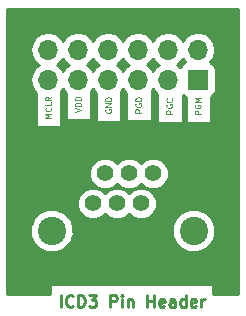
<source format=gtl>
%TF.GenerationSoftware,KiCad,Pcbnew,4.0.7*%
%TF.CreationDate,2017-10-04T14:34:26+08:00*%
%TF.ProjectId,RJ12(in-house),524A313228696E2D686F757365292E6B,rev?*%
%TF.FileFunction,Copper,L1,Top,Signal*%
%FSLAX46Y46*%
G04 Gerber Fmt 4.6, Leading zero omitted, Abs format (unit mm)*
G04 Created by KiCad (PCBNEW 4.0.7) date 10/04/17 14:34:26*
%MOMM*%
%LPD*%
G01*
G04 APERTURE LIST*
%ADD10C,0.100000*%
%ADD11C,0.125000*%
%ADD12C,0.250000*%
%ADD13C,2.400000*%
%ADD14C,1.400000*%
%ADD15R,1.700000X1.700000*%
%ADD16O,1.700000X1.700000*%
%ADD17C,0.900000*%
%ADD18C,0.254000*%
G04 APERTURE END LIST*
D10*
D11*
X-18263810Y-11109047D02*
X-18763810Y-11109047D01*
X-18406667Y-10942381D01*
X-18763810Y-10775714D01*
X-18263810Y-10775714D01*
X-18311429Y-10251904D02*
X-18287619Y-10275714D01*
X-18263810Y-10347142D01*
X-18263810Y-10394761D01*
X-18287619Y-10466190D01*
X-18335238Y-10513809D01*
X-18382857Y-10537618D01*
X-18478095Y-10561428D01*
X-18549524Y-10561428D01*
X-18644762Y-10537618D01*
X-18692381Y-10513809D01*
X-18740000Y-10466190D01*
X-18763810Y-10394761D01*
X-18763810Y-10347142D01*
X-18740000Y-10275714D01*
X-18716190Y-10251904D01*
X-18263810Y-9799523D02*
X-18263810Y-10037618D01*
X-18763810Y-10037618D01*
X-18263810Y-9347142D02*
X-18501905Y-9513809D01*
X-18263810Y-9632856D02*
X-18763810Y-9632856D01*
X-18763810Y-9442380D01*
X-18740000Y-9394761D01*
X-18716190Y-9370952D01*
X-18668571Y-9347142D01*
X-18597143Y-9347142D01*
X-18549524Y-9370952D01*
X-18525714Y-9394761D01*
X-18501905Y-9442380D01*
X-18501905Y-9632856D01*
X-16233810Y-10606666D02*
X-15733810Y-10439999D01*
X-16233810Y-10273333D01*
X-15733810Y-10106666D02*
X-16233810Y-10106666D01*
X-16233810Y-9987619D01*
X-16210000Y-9916190D01*
X-16162381Y-9868571D01*
X-16114762Y-9844762D01*
X-16019524Y-9820952D01*
X-15948095Y-9820952D01*
X-15852857Y-9844762D01*
X-15805238Y-9868571D01*
X-15757619Y-9916190D01*
X-15733810Y-9987619D01*
X-15733810Y-10106666D01*
X-15733810Y-9606666D02*
X-16233810Y-9606666D01*
X-16233810Y-9487619D01*
X-16210000Y-9416190D01*
X-16162381Y-9368571D01*
X-16114762Y-9344762D01*
X-16019524Y-9320952D01*
X-15948095Y-9320952D01*
X-15852857Y-9344762D01*
X-15805238Y-9368571D01*
X-15757619Y-9416190D01*
X-15733810Y-9487619D01*
X-15733810Y-9606666D01*
X-13660000Y-10410953D02*
X-13683810Y-10458572D01*
X-13683810Y-10530000D01*
X-13660000Y-10601429D01*
X-13612381Y-10649048D01*
X-13564762Y-10672857D01*
X-13469524Y-10696667D01*
X-13398095Y-10696667D01*
X-13302857Y-10672857D01*
X-13255238Y-10649048D01*
X-13207619Y-10601429D01*
X-13183810Y-10530000D01*
X-13183810Y-10482381D01*
X-13207619Y-10410953D01*
X-13231429Y-10387143D01*
X-13398095Y-10387143D01*
X-13398095Y-10482381D01*
X-13183810Y-10172857D02*
X-13683810Y-10172857D01*
X-13183810Y-9887143D01*
X-13683810Y-9887143D01*
X-13183810Y-9649047D02*
X-13683810Y-9649047D01*
X-13683810Y-9530000D01*
X-13660000Y-9458571D01*
X-13612381Y-9410952D01*
X-13564762Y-9387143D01*
X-13469524Y-9363333D01*
X-13398095Y-9363333D01*
X-13302857Y-9387143D01*
X-13255238Y-9410952D01*
X-13207619Y-9458571D01*
X-13183810Y-9530000D01*
X-13183810Y-9649047D01*
X-10623810Y-10660952D02*
X-11123810Y-10660952D01*
X-11123810Y-10470476D01*
X-11100000Y-10422857D01*
X-11076190Y-10399048D01*
X-11028571Y-10375238D01*
X-10957143Y-10375238D01*
X-10909524Y-10399048D01*
X-10885714Y-10422857D01*
X-10861905Y-10470476D01*
X-10861905Y-10660952D01*
X-11100000Y-9899048D02*
X-11123810Y-9946667D01*
X-11123810Y-10018095D01*
X-11100000Y-10089524D01*
X-11052381Y-10137143D01*
X-11004762Y-10160952D01*
X-10909524Y-10184762D01*
X-10838095Y-10184762D01*
X-10742857Y-10160952D01*
X-10695238Y-10137143D01*
X-10647619Y-10089524D01*
X-10623810Y-10018095D01*
X-10623810Y-9970476D01*
X-10647619Y-9899048D01*
X-10671429Y-9875238D01*
X-10838095Y-9875238D01*
X-10838095Y-9970476D01*
X-10623810Y-9660952D02*
X-11123810Y-9660952D01*
X-11123810Y-9541905D01*
X-11100000Y-9470476D01*
X-11052381Y-9422857D01*
X-11004762Y-9399048D01*
X-10909524Y-9375238D01*
X-10838095Y-9375238D01*
X-10742857Y-9399048D01*
X-10695238Y-9422857D01*
X-10647619Y-9470476D01*
X-10623810Y-9541905D01*
X-10623810Y-9660952D01*
X-8003810Y-10750952D02*
X-8503810Y-10750952D01*
X-8503810Y-10560476D01*
X-8480000Y-10512857D01*
X-8456190Y-10489048D01*
X-8408571Y-10465238D01*
X-8337143Y-10465238D01*
X-8289524Y-10489048D01*
X-8265714Y-10512857D01*
X-8241905Y-10560476D01*
X-8241905Y-10750952D01*
X-8480000Y-9989048D02*
X-8503810Y-10036667D01*
X-8503810Y-10108095D01*
X-8480000Y-10179524D01*
X-8432381Y-10227143D01*
X-8384762Y-10250952D01*
X-8289524Y-10274762D01*
X-8218095Y-10274762D01*
X-8122857Y-10250952D01*
X-8075238Y-10227143D01*
X-8027619Y-10179524D01*
X-8003810Y-10108095D01*
X-8003810Y-10060476D01*
X-8027619Y-9989048D01*
X-8051429Y-9965238D01*
X-8218095Y-9965238D01*
X-8218095Y-10060476D01*
X-8051429Y-9465238D02*
X-8027619Y-9489048D01*
X-8003810Y-9560476D01*
X-8003810Y-9608095D01*
X-8027619Y-9679524D01*
X-8075238Y-9727143D01*
X-8122857Y-9750952D01*
X-8218095Y-9774762D01*
X-8289524Y-9774762D01*
X-8384762Y-9750952D01*
X-8432381Y-9727143D01*
X-8480000Y-9679524D01*
X-8503810Y-9608095D01*
X-8503810Y-9560476D01*
X-8480000Y-9489048D01*
X-8456190Y-9465238D01*
X-5603810Y-10786666D02*
X-6103810Y-10786666D01*
X-6103810Y-10596190D01*
X-6080000Y-10548571D01*
X-6056190Y-10524762D01*
X-6008571Y-10500952D01*
X-5937143Y-10500952D01*
X-5889524Y-10524762D01*
X-5865714Y-10548571D01*
X-5841905Y-10596190D01*
X-5841905Y-10786666D01*
X-6080000Y-10024762D02*
X-6103810Y-10072381D01*
X-6103810Y-10143809D01*
X-6080000Y-10215238D01*
X-6032381Y-10262857D01*
X-5984762Y-10286666D01*
X-5889524Y-10310476D01*
X-5818095Y-10310476D01*
X-5722857Y-10286666D01*
X-5675238Y-10262857D01*
X-5627619Y-10215238D01*
X-5603810Y-10143809D01*
X-5603810Y-10096190D01*
X-5627619Y-10024762D01*
X-5651429Y-10000952D01*
X-5818095Y-10000952D01*
X-5818095Y-10096190D01*
X-5603810Y-9786666D02*
X-6103810Y-9786666D01*
X-5746667Y-9620000D01*
X-6103810Y-9453333D01*
X-5603810Y-9453333D01*
D12*
X-17453810Y-27122381D02*
X-17453810Y-26122381D01*
X-16406191Y-27027143D02*
X-16453810Y-27074762D01*
X-16596667Y-27122381D01*
X-16691905Y-27122381D01*
X-16834763Y-27074762D01*
X-16930001Y-26979524D01*
X-16977620Y-26884286D01*
X-17025239Y-26693810D01*
X-17025239Y-26550952D01*
X-16977620Y-26360476D01*
X-16930001Y-26265238D01*
X-16834763Y-26170000D01*
X-16691905Y-26122381D01*
X-16596667Y-26122381D01*
X-16453810Y-26170000D01*
X-16406191Y-26217619D01*
X-15977620Y-27122381D02*
X-15977620Y-26122381D01*
X-15739525Y-26122381D01*
X-15596667Y-26170000D01*
X-15501429Y-26265238D01*
X-15453810Y-26360476D01*
X-15406191Y-26550952D01*
X-15406191Y-26693810D01*
X-15453810Y-26884286D01*
X-15501429Y-26979524D01*
X-15596667Y-27074762D01*
X-15739525Y-27122381D01*
X-15977620Y-27122381D01*
X-15072858Y-26122381D02*
X-14453810Y-26122381D01*
X-14787144Y-26503333D01*
X-14644286Y-26503333D01*
X-14549048Y-26550952D01*
X-14501429Y-26598571D01*
X-14453810Y-26693810D01*
X-14453810Y-26931905D01*
X-14501429Y-27027143D01*
X-14549048Y-27074762D01*
X-14644286Y-27122381D01*
X-14930001Y-27122381D01*
X-15025239Y-27074762D01*
X-15072858Y-27027143D01*
X-13263334Y-27122381D02*
X-13263334Y-26122381D01*
X-12882381Y-26122381D01*
X-12787143Y-26170000D01*
X-12739524Y-26217619D01*
X-12691905Y-26312857D01*
X-12691905Y-26455714D01*
X-12739524Y-26550952D01*
X-12787143Y-26598571D01*
X-12882381Y-26646190D01*
X-13263334Y-26646190D01*
X-12263334Y-27122381D02*
X-12263334Y-26455714D01*
X-12263334Y-26122381D02*
X-12310953Y-26170000D01*
X-12263334Y-26217619D01*
X-12215715Y-26170000D01*
X-12263334Y-26122381D01*
X-12263334Y-26217619D01*
X-11787144Y-26455714D02*
X-11787144Y-27122381D01*
X-11787144Y-26550952D02*
X-11739525Y-26503333D01*
X-11644287Y-26455714D01*
X-11501429Y-26455714D01*
X-11406191Y-26503333D01*
X-11358572Y-26598571D01*
X-11358572Y-27122381D01*
X-10120477Y-27122381D02*
X-10120477Y-26122381D01*
X-10120477Y-26598571D02*
X-9549048Y-26598571D01*
X-9549048Y-27122381D02*
X-9549048Y-26122381D01*
X-8691905Y-27074762D02*
X-8787143Y-27122381D01*
X-8977620Y-27122381D01*
X-9072858Y-27074762D01*
X-9120477Y-26979524D01*
X-9120477Y-26598571D01*
X-9072858Y-26503333D01*
X-8977620Y-26455714D01*
X-8787143Y-26455714D01*
X-8691905Y-26503333D01*
X-8644286Y-26598571D01*
X-8644286Y-26693810D01*
X-9120477Y-26789048D01*
X-7787143Y-27122381D02*
X-7787143Y-26598571D01*
X-7834762Y-26503333D01*
X-7930000Y-26455714D01*
X-8120477Y-26455714D01*
X-8215715Y-26503333D01*
X-7787143Y-27074762D02*
X-7882381Y-27122381D01*
X-8120477Y-27122381D01*
X-8215715Y-27074762D01*
X-8263334Y-26979524D01*
X-8263334Y-26884286D01*
X-8215715Y-26789048D01*
X-8120477Y-26741429D01*
X-7882381Y-26741429D01*
X-7787143Y-26693810D01*
X-6882381Y-27122381D02*
X-6882381Y-26122381D01*
X-6882381Y-27074762D02*
X-6977619Y-27122381D01*
X-7168096Y-27122381D01*
X-7263334Y-27074762D01*
X-7310953Y-27027143D01*
X-7358572Y-26931905D01*
X-7358572Y-26646190D01*
X-7310953Y-26550952D01*
X-7263334Y-26503333D01*
X-7168096Y-26455714D01*
X-6977619Y-26455714D01*
X-6882381Y-26503333D01*
X-6025238Y-27074762D02*
X-6120476Y-27122381D01*
X-6310953Y-27122381D01*
X-6406191Y-27074762D01*
X-6453810Y-26979524D01*
X-6453810Y-26598571D01*
X-6406191Y-26503333D01*
X-6310953Y-26455714D01*
X-6120476Y-26455714D01*
X-6025238Y-26503333D01*
X-5977619Y-26598571D01*
X-5977619Y-26693810D01*
X-6453810Y-26789048D01*
X-5549048Y-27122381D02*
X-5549048Y-26455714D01*
X-5549048Y-26646190D02*
X-5501429Y-26550952D01*
X-5453810Y-26503333D01*
X-5358572Y-26455714D01*
X-5263333Y-26455714D01*
D13*
X-6207400Y-20659120D03*
X-18207400Y-20659120D03*
D14*
X-9657400Y-15819120D03*
X-11697400Y-15819120D03*
X-13737400Y-15819120D03*
X-10677400Y-18359120D03*
X-12717400Y-18359120D03*
X-14757400Y-18359120D03*
D15*
X-5842000Y-7874000D03*
D16*
X-5842000Y-5334000D03*
X-8382000Y-7874000D03*
X-8382000Y-5334000D03*
X-10922000Y-7874000D03*
X-10922000Y-5334000D03*
X-13462000Y-7874000D03*
X-13462000Y-5334000D03*
X-16002000Y-7874000D03*
X-16002000Y-5334000D03*
X-18542000Y-7874000D03*
X-18542000Y-5334000D03*
D17*
X-13737400Y-15819120D02*
X-13759180Y-15819120D01*
X-9657400Y-15819120D02*
X-9639300Y-15819120D01*
D18*
G36*
X-2413000Y-1904885D02*
X-2413000Y-26035000D01*
X-4533095Y-26035000D01*
X-4533095Y-25210000D01*
X-18326905Y-25210000D01*
X-18326905Y-26035000D01*
X-21971000Y-26035000D01*
X-21971000Y-20346854D01*
X-20052107Y-20346854D01*
X-20042423Y-20684620D01*
X-20042718Y-21022523D01*
X-20031991Y-21048484D01*
X-20031186Y-21076563D01*
X-19792188Y-21653555D01*
X-19779788Y-21658864D01*
X-19763945Y-21697206D01*
X-19248201Y-22213850D01*
X-19207461Y-22230767D01*
X-19201835Y-22243908D01*
X-18886065Y-22364222D01*
X-18574005Y-22493801D01*
X-18545915Y-22493826D01*
X-18519666Y-22503827D01*
X-18181900Y-22494143D01*
X-17843997Y-22494438D01*
X-17818036Y-22483711D01*
X-17789957Y-22482906D01*
X-17212965Y-22243908D01*
X-17207656Y-22231508D01*
X-17169314Y-22215665D01*
X-16652670Y-21699921D01*
X-16635753Y-21659181D01*
X-16622612Y-21653555D01*
X-16502298Y-21337785D01*
X-16372719Y-21025725D01*
X-16372694Y-20997635D01*
X-16362693Y-20971386D01*
X-16372377Y-20633620D01*
X-16372127Y-20346854D01*
X-8052107Y-20346854D01*
X-8042423Y-20684620D01*
X-8042718Y-21022523D01*
X-8031991Y-21048484D01*
X-8031186Y-21076563D01*
X-7792188Y-21653555D01*
X-7779788Y-21658864D01*
X-7763945Y-21697206D01*
X-7248201Y-22213850D01*
X-7207461Y-22230767D01*
X-7201835Y-22243908D01*
X-6886065Y-22364222D01*
X-6574005Y-22493801D01*
X-6545915Y-22493826D01*
X-6519666Y-22503827D01*
X-6181900Y-22494143D01*
X-5843997Y-22494438D01*
X-5818036Y-22483711D01*
X-5789957Y-22482906D01*
X-5212965Y-22243908D01*
X-5207656Y-22231508D01*
X-5169314Y-22215665D01*
X-4652670Y-21699921D01*
X-4635753Y-21659181D01*
X-4622612Y-21653555D01*
X-4502298Y-21337785D01*
X-4372719Y-21025725D01*
X-4372694Y-20997635D01*
X-4362693Y-20971386D01*
X-4372377Y-20633620D01*
X-4372082Y-20295717D01*
X-4382809Y-20269756D01*
X-4383614Y-20241677D01*
X-4622612Y-19664685D01*
X-4635012Y-19659376D01*
X-4650855Y-19621034D01*
X-5166599Y-19104390D01*
X-5207339Y-19087473D01*
X-5212965Y-19074332D01*
X-5528735Y-18954018D01*
X-5840795Y-18824439D01*
X-5868885Y-18824414D01*
X-5895134Y-18814413D01*
X-6232900Y-18824097D01*
X-6570803Y-18823802D01*
X-6596764Y-18834529D01*
X-6624843Y-18835334D01*
X-7201835Y-19074332D01*
X-7207144Y-19086732D01*
X-7245486Y-19102575D01*
X-7762130Y-19618319D01*
X-7779047Y-19659059D01*
X-7792188Y-19664685D01*
X-7912502Y-19980455D01*
X-8042081Y-20292515D01*
X-8042106Y-20320605D01*
X-8052107Y-20346854D01*
X-16372127Y-20346854D01*
X-16372082Y-20295717D01*
X-16382809Y-20269756D01*
X-16383614Y-20241677D01*
X-16622612Y-19664685D01*
X-16635012Y-19659376D01*
X-16650855Y-19621034D01*
X-17166599Y-19104390D01*
X-17207339Y-19087473D01*
X-17212965Y-19074332D01*
X-17528735Y-18954018D01*
X-17840795Y-18824439D01*
X-17868885Y-18824414D01*
X-17895134Y-18814413D01*
X-18232900Y-18824097D01*
X-18570803Y-18823802D01*
X-18596764Y-18834529D01*
X-18624843Y-18835334D01*
X-19201835Y-19074332D01*
X-19207144Y-19086732D01*
X-19245486Y-19102575D01*
X-19762130Y-19618319D01*
X-19779047Y-19659059D01*
X-19792188Y-19664685D01*
X-19912502Y-19980455D01*
X-20042081Y-20292515D01*
X-20042106Y-20320605D01*
X-20052107Y-20346854D01*
X-21971000Y-20346854D01*
X-21971000Y-18623503D01*
X-16092631Y-18623503D01*
X-15889818Y-19114349D01*
X-15514604Y-19490218D01*
X-15024113Y-19693888D01*
X-14493017Y-19694351D01*
X-14002171Y-19491538D01*
X-13737267Y-19227096D01*
X-13474604Y-19490218D01*
X-12984113Y-19693888D01*
X-12453017Y-19694351D01*
X-11962171Y-19491538D01*
X-11697267Y-19227096D01*
X-11434604Y-19490218D01*
X-10944113Y-19693888D01*
X-10413017Y-19694351D01*
X-9922171Y-19491538D01*
X-9546302Y-19116324D01*
X-9342632Y-18625833D01*
X-9342169Y-18094737D01*
X-9544982Y-17603891D01*
X-9920196Y-17228022D01*
X-10410687Y-17024352D01*
X-10941783Y-17023889D01*
X-11432629Y-17226702D01*
X-11697533Y-17491144D01*
X-11960196Y-17228022D01*
X-12450687Y-17024352D01*
X-12981783Y-17023889D01*
X-13472629Y-17226702D01*
X-13737533Y-17491144D01*
X-14000196Y-17228022D01*
X-14490687Y-17024352D01*
X-15021783Y-17023889D01*
X-15512629Y-17226702D01*
X-15888498Y-17601916D01*
X-16092168Y-18092407D01*
X-16092631Y-18623503D01*
X-21971000Y-18623503D01*
X-21971000Y-16083503D01*
X-15072631Y-16083503D01*
X-14869818Y-16574349D01*
X-14494604Y-16950218D01*
X-14004113Y-17153888D01*
X-13473017Y-17154351D01*
X-12982171Y-16951538D01*
X-12717267Y-16687096D01*
X-12454604Y-16950218D01*
X-11964113Y-17153888D01*
X-11433017Y-17154351D01*
X-10942171Y-16951538D01*
X-10677267Y-16687096D01*
X-10414604Y-16950218D01*
X-9924113Y-17153888D01*
X-9393017Y-17154351D01*
X-8902171Y-16951538D01*
X-8526302Y-16576324D01*
X-8322632Y-16085833D01*
X-8322169Y-15554737D01*
X-8524982Y-15063891D01*
X-8900196Y-14688022D01*
X-9390687Y-14484352D01*
X-9921783Y-14483889D01*
X-10412629Y-14686702D01*
X-10677533Y-14951144D01*
X-10940196Y-14688022D01*
X-11430687Y-14484352D01*
X-11961783Y-14483889D01*
X-12452629Y-14686702D01*
X-12717533Y-14951144D01*
X-12980196Y-14688022D01*
X-13470687Y-14484352D01*
X-14001783Y-14483889D01*
X-14492629Y-14686702D01*
X-14868498Y-15061916D01*
X-15072168Y-15552407D01*
X-15072631Y-16083503D01*
X-21971000Y-16083503D01*
X-21971000Y-5304907D01*
X-20027000Y-5304907D01*
X-20027000Y-5363093D01*
X-19913961Y-5931378D01*
X-19592054Y-6413147D01*
X-19306422Y-6604000D01*
X-19592054Y-6794853D01*
X-19913961Y-7276622D01*
X-20027000Y-7844907D01*
X-20027000Y-7903093D01*
X-19913961Y-8471378D01*
X-19592054Y-8953147D01*
X-19537500Y-8989599D01*
X-19537500Y-11863095D01*
X-17392500Y-11863095D01*
X-17392500Y-8804315D01*
X-17272000Y-8623974D01*
X-17052054Y-8953147D01*
X-17007500Y-8982917D01*
X-17007500Y-11289285D01*
X-14862500Y-11289285D01*
X-14862500Y-8819281D01*
X-14732000Y-8623974D01*
X-14512054Y-8953147D01*
X-14457500Y-8989599D01*
X-14457500Y-11426905D01*
X-12312500Y-11426905D01*
X-12312500Y-8804315D01*
X-12192000Y-8623974D01*
X-11972054Y-8953147D01*
X-11897500Y-9002962D01*
X-11897500Y-11415000D01*
X-9752500Y-11415000D01*
X-9752500Y-8774383D01*
X-9652000Y-8623974D01*
X-9432054Y-8953147D01*
X-9277500Y-9056416D01*
X-9277500Y-11505000D01*
X-7132500Y-11505000D01*
X-7132500Y-9191559D01*
X-6943890Y-9320431D01*
X-6877500Y-9333875D01*
X-6877500Y-11540714D01*
X-4732500Y-11540714D01*
X-4732500Y-9311601D01*
X-4540559Y-9188090D01*
X-4395569Y-8975890D01*
X-4344560Y-8724000D01*
X-4344560Y-7024000D01*
X-4388838Y-6788683D01*
X-4527910Y-6572559D01*
X-4740110Y-6427569D01*
X-4796454Y-6416159D01*
X-4791946Y-6413147D01*
X-4470039Y-5931378D01*
X-4357000Y-5363093D01*
X-4357000Y-5304907D01*
X-4470039Y-4736622D01*
X-4791946Y-4254853D01*
X-5273715Y-3932946D01*
X-5842000Y-3819907D01*
X-6410285Y-3932946D01*
X-6892054Y-4254853D01*
X-7112000Y-4584026D01*
X-7331946Y-4254853D01*
X-7813715Y-3932946D01*
X-8382000Y-3819907D01*
X-8950285Y-3932946D01*
X-9432054Y-4254853D01*
X-9652000Y-4584026D01*
X-9871946Y-4254853D01*
X-10353715Y-3932946D01*
X-10922000Y-3819907D01*
X-11490285Y-3932946D01*
X-11972054Y-4254853D01*
X-12192000Y-4584026D01*
X-12411946Y-4254853D01*
X-12893715Y-3932946D01*
X-13462000Y-3819907D01*
X-14030285Y-3932946D01*
X-14512054Y-4254853D01*
X-14732000Y-4584026D01*
X-14951946Y-4254853D01*
X-15433715Y-3932946D01*
X-16002000Y-3819907D01*
X-16570285Y-3932946D01*
X-17052054Y-4254853D01*
X-17272000Y-4584026D01*
X-17491946Y-4254853D01*
X-17973715Y-3932946D01*
X-18542000Y-3819907D01*
X-19110285Y-3932946D01*
X-19592054Y-4254853D01*
X-19913961Y-4736622D01*
X-20027000Y-5304907D01*
X-21971000Y-5304907D01*
X-21971000Y-1887180D01*
X-2413000Y-1904885D01*
X-2413000Y-1904885D01*
G37*
X-2413000Y-1904885D02*
X-2413000Y-26035000D01*
X-4533095Y-26035000D01*
X-4533095Y-25210000D01*
X-18326905Y-25210000D01*
X-18326905Y-26035000D01*
X-21971000Y-26035000D01*
X-21971000Y-20346854D01*
X-20052107Y-20346854D01*
X-20042423Y-20684620D01*
X-20042718Y-21022523D01*
X-20031991Y-21048484D01*
X-20031186Y-21076563D01*
X-19792188Y-21653555D01*
X-19779788Y-21658864D01*
X-19763945Y-21697206D01*
X-19248201Y-22213850D01*
X-19207461Y-22230767D01*
X-19201835Y-22243908D01*
X-18886065Y-22364222D01*
X-18574005Y-22493801D01*
X-18545915Y-22493826D01*
X-18519666Y-22503827D01*
X-18181900Y-22494143D01*
X-17843997Y-22494438D01*
X-17818036Y-22483711D01*
X-17789957Y-22482906D01*
X-17212965Y-22243908D01*
X-17207656Y-22231508D01*
X-17169314Y-22215665D01*
X-16652670Y-21699921D01*
X-16635753Y-21659181D01*
X-16622612Y-21653555D01*
X-16502298Y-21337785D01*
X-16372719Y-21025725D01*
X-16372694Y-20997635D01*
X-16362693Y-20971386D01*
X-16372377Y-20633620D01*
X-16372127Y-20346854D01*
X-8052107Y-20346854D01*
X-8042423Y-20684620D01*
X-8042718Y-21022523D01*
X-8031991Y-21048484D01*
X-8031186Y-21076563D01*
X-7792188Y-21653555D01*
X-7779788Y-21658864D01*
X-7763945Y-21697206D01*
X-7248201Y-22213850D01*
X-7207461Y-22230767D01*
X-7201835Y-22243908D01*
X-6886065Y-22364222D01*
X-6574005Y-22493801D01*
X-6545915Y-22493826D01*
X-6519666Y-22503827D01*
X-6181900Y-22494143D01*
X-5843997Y-22494438D01*
X-5818036Y-22483711D01*
X-5789957Y-22482906D01*
X-5212965Y-22243908D01*
X-5207656Y-22231508D01*
X-5169314Y-22215665D01*
X-4652670Y-21699921D01*
X-4635753Y-21659181D01*
X-4622612Y-21653555D01*
X-4502298Y-21337785D01*
X-4372719Y-21025725D01*
X-4372694Y-20997635D01*
X-4362693Y-20971386D01*
X-4372377Y-20633620D01*
X-4372082Y-20295717D01*
X-4382809Y-20269756D01*
X-4383614Y-20241677D01*
X-4622612Y-19664685D01*
X-4635012Y-19659376D01*
X-4650855Y-19621034D01*
X-5166599Y-19104390D01*
X-5207339Y-19087473D01*
X-5212965Y-19074332D01*
X-5528735Y-18954018D01*
X-5840795Y-18824439D01*
X-5868885Y-18824414D01*
X-5895134Y-18814413D01*
X-6232900Y-18824097D01*
X-6570803Y-18823802D01*
X-6596764Y-18834529D01*
X-6624843Y-18835334D01*
X-7201835Y-19074332D01*
X-7207144Y-19086732D01*
X-7245486Y-19102575D01*
X-7762130Y-19618319D01*
X-7779047Y-19659059D01*
X-7792188Y-19664685D01*
X-7912502Y-19980455D01*
X-8042081Y-20292515D01*
X-8042106Y-20320605D01*
X-8052107Y-20346854D01*
X-16372127Y-20346854D01*
X-16372082Y-20295717D01*
X-16382809Y-20269756D01*
X-16383614Y-20241677D01*
X-16622612Y-19664685D01*
X-16635012Y-19659376D01*
X-16650855Y-19621034D01*
X-17166599Y-19104390D01*
X-17207339Y-19087473D01*
X-17212965Y-19074332D01*
X-17528735Y-18954018D01*
X-17840795Y-18824439D01*
X-17868885Y-18824414D01*
X-17895134Y-18814413D01*
X-18232900Y-18824097D01*
X-18570803Y-18823802D01*
X-18596764Y-18834529D01*
X-18624843Y-18835334D01*
X-19201835Y-19074332D01*
X-19207144Y-19086732D01*
X-19245486Y-19102575D01*
X-19762130Y-19618319D01*
X-19779047Y-19659059D01*
X-19792188Y-19664685D01*
X-19912502Y-19980455D01*
X-20042081Y-20292515D01*
X-20042106Y-20320605D01*
X-20052107Y-20346854D01*
X-21971000Y-20346854D01*
X-21971000Y-18623503D01*
X-16092631Y-18623503D01*
X-15889818Y-19114349D01*
X-15514604Y-19490218D01*
X-15024113Y-19693888D01*
X-14493017Y-19694351D01*
X-14002171Y-19491538D01*
X-13737267Y-19227096D01*
X-13474604Y-19490218D01*
X-12984113Y-19693888D01*
X-12453017Y-19694351D01*
X-11962171Y-19491538D01*
X-11697267Y-19227096D01*
X-11434604Y-19490218D01*
X-10944113Y-19693888D01*
X-10413017Y-19694351D01*
X-9922171Y-19491538D01*
X-9546302Y-19116324D01*
X-9342632Y-18625833D01*
X-9342169Y-18094737D01*
X-9544982Y-17603891D01*
X-9920196Y-17228022D01*
X-10410687Y-17024352D01*
X-10941783Y-17023889D01*
X-11432629Y-17226702D01*
X-11697533Y-17491144D01*
X-11960196Y-17228022D01*
X-12450687Y-17024352D01*
X-12981783Y-17023889D01*
X-13472629Y-17226702D01*
X-13737533Y-17491144D01*
X-14000196Y-17228022D01*
X-14490687Y-17024352D01*
X-15021783Y-17023889D01*
X-15512629Y-17226702D01*
X-15888498Y-17601916D01*
X-16092168Y-18092407D01*
X-16092631Y-18623503D01*
X-21971000Y-18623503D01*
X-21971000Y-16083503D01*
X-15072631Y-16083503D01*
X-14869818Y-16574349D01*
X-14494604Y-16950218D01*
X-14004113Y-17153888D01*
X-13473017Y-17154351D01*
X-12982171Y-16951538D01*
X-12717267Y-16687096D01*
X-12454604Y-16950218D01*
X-11964113Y-17153888D01*
X-11433017Y-17154351D01*
X-10942171Y-16951538D01*
X-10677267Y-16687096D01*
X-10414604Y-16950218D01*
X-9924113Y-17153888D01*
X-9393017Y-17154351D01*
X-8902171Y-16951538D01*
X-8526302Y-16576324D01*
X-8322632Y-16085833D01*
X-8322169Y-15554737D01*
X-8524982Y-15063891D01*
X-8900196Y-14688022D01*
X-9390687Y-14484352D01*
X-9921783Y-14483889D01*
X-10412629Y-14686702D01*
X-10677533Y-14951144D01*
X-10940196Y-14688022D01*
X-11430687Y-14484352D01*
X-11961783Y-14483889D01*
X-12452629Y-14686702D01*
X-12717533Y-14951144D01*
X-12980196Y-14688022D01*
X-13470687Y-14484352D01*
X-14001783Y-14483889D01*
X-14492629Y-14686702D01*
X-14868498Y-15061916D01*
X-15072168Y-15552407D01*
X-15072631Y-16083503D01*
X-21971000Y-16083503D01*
X-21971000Y-5304907D01*
X-20027000Y-5304907D01*
X-20027000Y-5363093D01*
X-19913961Y-5931378D01*
X-19592054Y-6413147D01*
X-19306422Y-6604000D01*
X-19592054Y-6794853D01*
X-19913961Y-7276622D01*
X-20027000Y-7844907D01*
X-20027000Y-7903093D01*
X-19913961Y-8471378D01*
X-19592054Y-8953147D01*
X-19537500Y-8989599D01*
X-19537500Y-11863095D01*
X-17392500Y-11863095D01*
X-17392500Y-8804315D01*
X-17272000Y-8623974D01*
X-17052054Y-8953147D01*
X-17007500Y-8982917D01*
X-17007500Y-11289285D01*
X-14862500Y-11289285D01*
X-14862500Y-8819281D01*
X-14732000Y-8623974D01*
X-14512054Y-8953147D01*
X-14457500Y-8989599D01*
X-14457500Y-11426905D01*
X-12312500Y-11426905D01*
X-12312500Y-8804315D01*
X-12192000Y-8623974D01*
X-11972054Y-8953147D01*
X-11897500Y-9002962D01*
X-11897500Y-11415000D01*
X-9752500Y-11415000D01*
X-9752500Y-8774383D01*
X-9652000Y-8623974D01*
X-9432054Y-8953147D01*
X-9277500Y-9056416D01*
X-9277500Y-11505000D01*
X-7132500Y-11505000D01*
X-7132500Y-9191559D01*
X-6943890Y-9320431D01*
X-6877500Y-9333875D01*
X-6877500Y-11540714D01*
X-4732500Y-11540714D01*
X-4732500Y-9311601D01*
X-4540559Y-9188090D01*
X-4395569Y-8975890D01*
X-4344560Y-8724000D01*
X-4344560Y-7024000D01*
X-4388838Y-6788683D01*
X-4527910Y-6572559D01*
X-4740110Y-6427569D01*
X-4796454Y-6416159D01*
X-4791946Y-6413147D01*
X-4470039Y-5931378D01*
X-4357000Y-5363093D01*
X-4357000Y-5304907D01*
X-4470039Y-4736622D01*
X-4791946Y-4254853D01*
X-5273715Y-3932946D01*
X-5842000Y-3819907D01*
X-6410285Y-3932946D01*
X-6892054Y-4254853D01*
X-7112000Y-4584026D01*
X-7331946Y-4254853D01*
X-7813715Y-3932946D01*
X-8382000Y-3819907D01*
X-8950285Y-3932946D01*
X-9432054Y-4254853D01*
X-9652000Y-4584026D01*
X-9871946Y-4254853D01*
X-10353715Y-3932946D01*
X-10922000Y-3819907D01*
X-11490285Y-3932946D01*
X-11972054Y-4254853D01*
X-12192000Y-4584026D01*
X-12411946Y-4254853D01*
X-12893715Y-3932946D01*
X-13462000Y-3819907D01*
X-14030285Y-3932946D01*
X-14512054Y-4254853D01*
X-14732000Y-4584026D01*
X-14951946Y-4254853D01*
X-15433715Y-3932946D01*
X-16002000Y-3819907D01*
X-16570285Y-3932946D01*
X-17052054Y-4254853D01*
X-17272000Y-4584026D01*
X-17491946Y-4254853D01*
X-17973715Y-3932946D01*
X-18542000Y-3819907D01*
X-19110285Y-3932946D01*
X-19592054Y-4254853D01*
X-19913961Y-4736622D01*
X-20027000Y-5304907D01*
X-21971000Y-5304907D01*
X-21971000Y-1887180D01*
X-2413000Y-1904885D01*
G36*
X-9432054Y-6413147D02*
X-9146422Y-6604000D01*
X-9432054Y-6794853D01*
X-9652000Y-7124026D01*
X-9871946Y-6794853D01*
X-10157578Y-6604000D01*
X-9871946Y-6413147D01*
X-9652000Y-6083974D01*
X-9432054Y-6413147D01*
X-9432054Y-6413147D01*
G37*
X-9432054Y-6413147D02*
X-9146422Y-6604000D01*
X-9432054Y-6794853D01*
X-9652000Y-7124026D01*
X-9871946Y-6794853D01*
X-10157578Y-6604000D01*
X-9871946Y-6413147D01*
X-9652000Y-6083974D01*
X-9432054Y-6413147D01*
G36*
X-11972054Y-6413147D02*
X-11686422Y-6604000D01*
X-11972054Y-6794853D01*
X-12192000Y-7124026D01*
X-12411946Y-6794853D01*
X-12697578Y-6604000D01*
X-12411946Y-6413147D01*
X-12192000Y-6083974D01*
X-11972054Y-6413147D01*
X-11972054Y-6413147D01*
G37*
X-11972054Y-6413147D02*
X-11686422Y-6604000D01*
X-11972054Y-6794853D01*
X-12192000Y-7124026D01*
X-12411946Y-6794853D01*
X-12697578Y-6604000D01*
X-12411946Y-6413147D01*
X-12192000Y-6083974D01*
X-11972054Y-6413147D01*
G36*
X-14512054Y-6413147D02*
X-14226422Y-6604000D01*
X-14512054Y-6794853D01*
X-14732000Y-7124026D01*
X-14951946Y-6794853D01*
X-15237578Y-6604000D01*
X-14951946Y-6413147D01*
X-14732000Y-6083974D01*
X-14512054Y-6413147D01*
X-14512054Y-6413147D01*
G37*
X-14512054Y-6413147D02*
X-14226422Y-6604000D01*
X-14512054Y-6794853D01*
X-14732000Y-7124026D01*
X-14951946Y-6794853D01*
X-15237578Y-6604000D01*
X-14951946Y-6413147D01*
X-14732000Y-6083974D01*
X-14512054Y-6413147D01*
G36*
X-17052054Y-6413147D02*
X-16766422Y-6604000D01*
X-17052054Y-6794853D01*
X-17272000Y-7124026D01*
X-17491946Y-6794853D01*
X-17777578Y-6604000D01*
X-17491946Y-6413147D01*
X-17272000Y-6083974D01*
X-17052054Y-6413147D01*
X-17052054Y-6413147D01*
G37*
X-17052054Y-6413147D02*
X-16766422Y-6604000D01*
X-17052054Y-6794853D01*
X-17272000Y-7124026D01*
X-17491946Y-6794853D01*
X-17777578Y-6604000D01*
X-17491946Y-6413147D01*
X-17272000Y-6083974D01*
X-17052054Y-6413147D01*
G36*
X-6892054Y-6413147D02*
X-6890821Y-6413971D01*
X-6927317Y-6420838D01*
X-7143441Y-6559910D01*
X-7288431Y-6772110D01*
X-7302086Y-6839541D01*
X-7331946Y-6794853D01*
X-7617578Y-6604000D01*
X-7331946Y-6413147D01*
X-7112000Y-6083974D01*
X-6892054Y-6413147D01*
X-6892054Y-6413147D01*
G37*
X-6892054Y-6413147D02*
X-6890821Y-6413971D01*
X-6927317Y-6420838D01*
X-7143441Y-6559910D01*
X-7288431Y-6772110D01*
X-7302086Y-6839541D01*
X-7331946Y-6794853D01*
X-7617578Y-6604000D01*
X-7331946Y-6413147D01*
X-7112000Y-6083974D01*
X-6892054Y-6413147D01*
M02*

</source>
